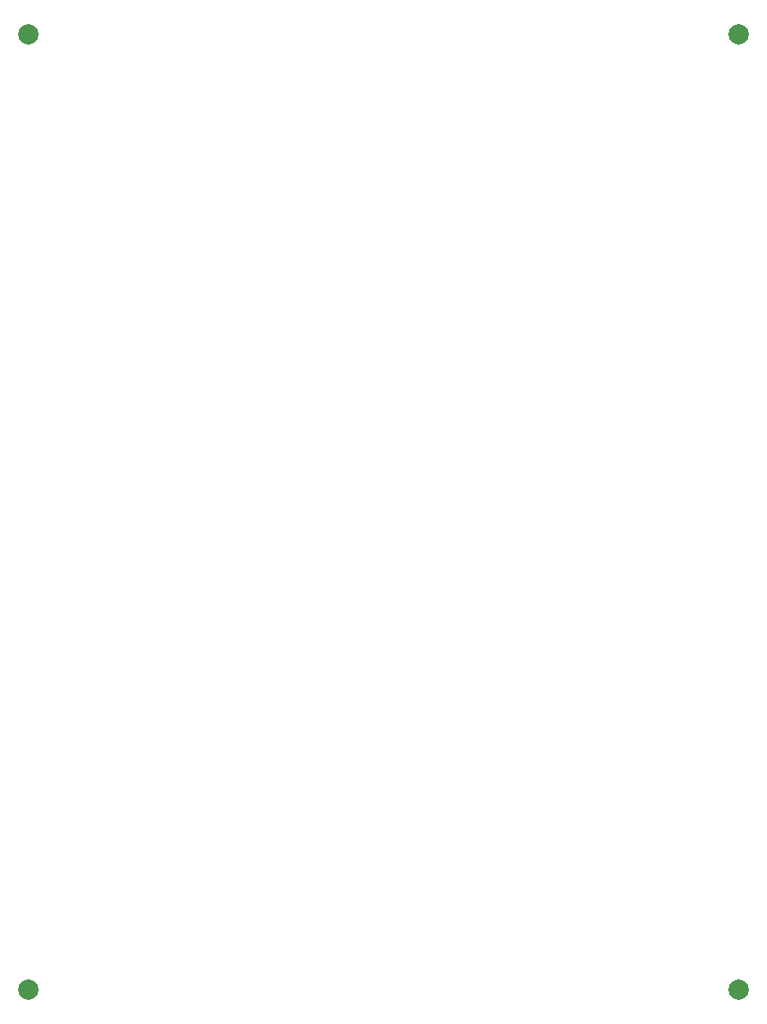
<source format=gts>
%MOMM*%
%FSLAX46Y46*%
%IPPOS*%
%ADD10C,2*%
%ADD11C,2*%
%TF.GenerationSoftware,halfmarble,hm-panelizer,1.0.0 (beta)*%
%TF.SameCoordinates,Original*%
%TF.FileFunction,Soldermask,Top*%
%TF.FilePolarity,Negative*%
%LPD*%
%TA.AperFunction,SMDPad,CuDef*%
D10*
G01*
X5000000Y3000000D03*
X75000000Y3000000D03*
%TF.GenerationSoftware,halfmarble,hm-panelizer,1.0.0 (beta)*%
%TF.SameCoordinates,Original*%
%TF.FileFunction,Soldermask,Top*%
%TF.FilePolarity,Negative*%
%LPD*%
%TA.AperFunction,SMDPad,CuDef*%
D11*
G01*
X5000000Y97100000D03*
X75000000Y97100000D03*
M02*

</source>
